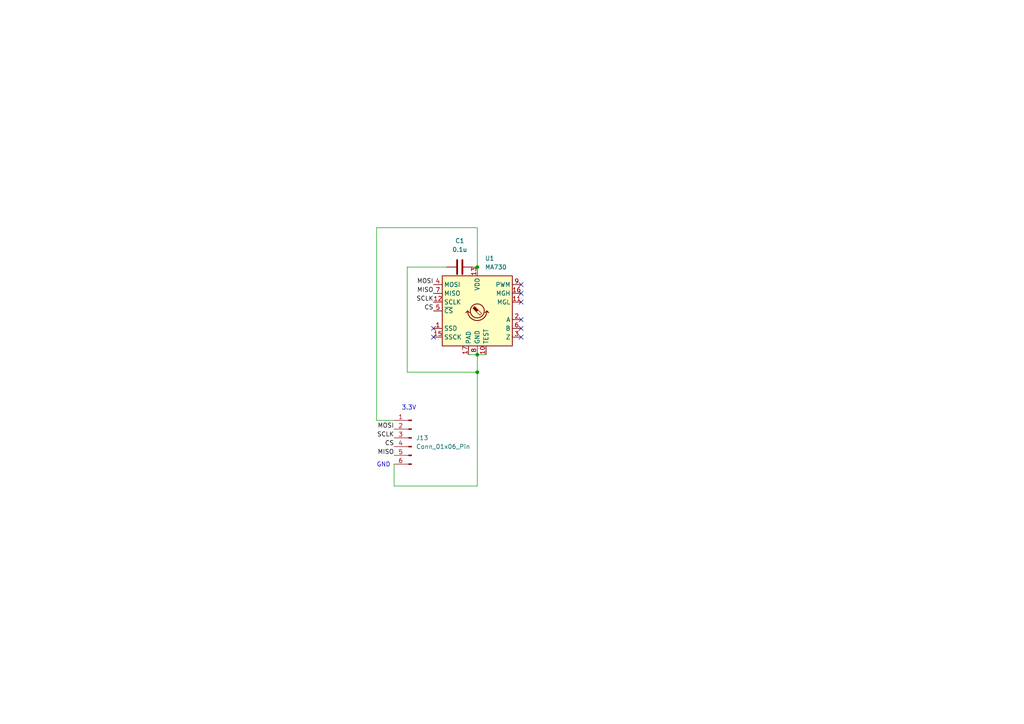
<source format=kicad_sch>
(kicad_sch (version 20231120) (generator "eeschema") (generator_version "8.0")
  (paper "A4")
  (lib_symbols
    (symbol "Connector:Conn_01x06_Pin" (pin_names (offset 1.016) hide)
      (property "Reference" "J" (at 0 7.62 0))
      (property "Value" "Conn_01x06_Pin" (at 0 -10.16 0))
      (symbol "Conn_01x06_Pin_1_1"
        (polyline (pts (xy 1.27 -7.62) (xy 0.8636 -7.62)) (stroke (width 0.1524)))
        (polyline (pts (xy 1.27 -5.08) (xy 0.8636 -5.08)) (stroke (width 0.1524)))
        (polyline (pts (xy 1.27 -2.54) (xy 0.8636 -2.54)) (stroke (width 0.1524)))
        (polyline (pts (xy 1.27 0) (xy 0.8636 0)) (stroke (width 0.1524)))
        (polyline (pts (xy 1.27 2.54) (xy 0.8636 2.54)) (stroke (width 0.1524)))
        (polyline (pts (xy 1.27 5.08) (xy 0.8636 5.08)) (stroke (width 0.1524)))
        (rectangle (start 0.8636 -7.493) (end 0 -7.747) (stroke (width 0.1524)) (fill (type outline)))
        (rectangle (start 0.8636 -4.953) (end 0 -5.207) (stroke (width 0.1524)) (fill (type outline)))
        (rectangle (start 0.8636 -2.413) (end 0 -2.667) (stroke (width 0.1524)) (fill (type outline)))
        (rectangle (start 0.8636 0.127) (end 0 -0.127) (stroke (width 0.1524)) (fill (type outline)))
        (rectangle (start 0.8636 2.667) (end 0 2.413) (stroke (width 0.1524)) (fill (type outline)))
        (rectangle (start 0.8636 5.207) (end 0 4.953) (stroke (width 0.1524)) (fill (type outline)))
        (pin passive line (at 5.08 5.08 180) (length 3.81) (name "Pin_1") (number "1"))
        (pin passive line (at 5.08 2.54 180) (length 3.81) (name "Pin_2") (number "2"))
        (pin passive line (at 5.08 0 180) (length 3.81) (name "Pin_3") (number "3"))
        (pin passive line (at 5.08 -2.54 180) (length 3.81) (name "Pin_4") (number "4"))
        (pin passive line (at 5.08 -5.08 180) (length 3.81) (name "Pin_5") (number "5"))
        (pin passive line (at 5.08 -7.62 180) (length 3.81) (name "Pin_6") (number "6"))
      )
    )
    (symbol "Device:C" (pin_numbers hide) (pin_names (offset 0.254))
      (property "Reference" "C" (at 0.635 2.54 0))
      (property "Value" "C" (at 0.635 -2.54 0))
      (symbol "C_0_1"
        (polyline (pts (xy -2.032 -0.762) (xy 2.032 -0.762)) (stroke (width 0.508)))
        (polyline (pts (xy -2.032 0.762) (xy 2.032 0.762)) (stroke (width 0.508)))
      )
      (symbol "C_1_1"
        (pin passive line (at 0 3.81 270) (length 2.794) (name "~") (number "1"))
        (pin passive line (at 0 -3.81 90) (length 2.794) (name "~") (number "2"))
      )
    )
    (symbol "Sensor_Magnetic:MA730"
      (property "Reference" "U" (at -10.16 11.43 0))
      (property "Value" "MA730" (at 10.16 11.43 0))
      (symbol "MA730_0_1"
        (rectangle (start -10.16 10.16) (end 10.16 -10.16) (stroke (width 0.254)) (fill (type background)))
        (arc (start -2.794 0) (mid 0 -2.7819) (end 2.794 0) (stroke (width 0.254)))
        (polyline (pts (xy -2.794 0) (xy -3.302 -0.508)) (stroke (width 0.254)))
        (polyline (pts (xy -2.794 0) (xy -2.286 -0.508)) (stroke (width 0.254)))
        (polyline (pts (xy 2.794 0) (xy 2.286 -0.508)) (stroke (width 0.254)))
        (polyline (pts (xy 2.794 0) (xy 3.302 -0.508)) (stroke (width 0.254)))
      )
      (symbol "MA730_1_1"
        (polyline (pts (xy 0.254 0.254) (xy 1.27 -0.762) (xy 0.762 -1.27) (xy -0.254 -0.254)))
        (polyline (pts (xy -0.762 1.27) (xy 0.254 0.254) (xy -0.254 -0.254) (xy -1.27 0.762) (xy -1.016 1.016) (xy -0.762 1.27) (xy -0.635 1.143)) (fill (type outline)))
        (circle (center 0 0) (radius 2.032) (stroke (width 0.254)))
        (pin output line (at -12.7 -5.08 0) (length 2.54) (name "SSD") (number "1"))
        (pin passive line (at 2.54 -12.7 90) (length 2.54) (name "TEST") (number "10"))
        (pin output line (at 12.7 2.54 180) (length 2.54) (name "MGL") (number "11"))
        (pin input line (at -12.7 2.54 0) (length 2.54) (name "SCLK") (number "12"))
        (pin power_in line (at 0 12.7 270) (length 2.54) (name "VDD") (number "13"))
        (pin no_connect line (at 5.08 -10.16 90) (length 2.54) hide (name "NC") (number "14"))
        (pin input line (at -12.7 -7.62 0) (length 2.54) (name "SSCK") (number "15"))
        (pin output line (at 12.7 5.08 180) (length 2.54) (name "MGH") (number "16"))
        (pin input line (at -2.54 -12.7 90) (length 2.54) (name "PAD") (number "17"))
        (pin output line (at 12.7 -2.54 180) (length 2.54) (name "A") (number "2"))
        (pin output line (at 12.7 -7.62 180) (length 2.54) (name "Z") (number "3"))
        (pin input line (at -12.7 7.62 0) (length 2.54) (name "MOSI") (number "4"))
        (pin input line (at -12.7 0 0) (length 2.54) (name "~{CS}") (number "5"))
        (pin output line (at 12.7 -5.08 180) (length 2.54) (name "B") (number "6"))
        (pin output line (at -12.7 5.08 0) (length 2.54) (name "MISO") (number "7"))
        (pin power_in line (at 0 -12.7 90) (length 2.54) (name "GND") (number "8"))
        (pin output line (at 12.7 7.62 180) (length 2.54) (name "PWM") (number "9"))
      )
    )
  )
  (junction (at 138.43 77.47))
  (junction (at 138.43 107.95))
  (junction (at 138.43 102.87))
  (no_connect (at 125.73 97.79))
  (no_connect (at 151.13 82.55))
  (no_connect (at 151.13 85.09))
  (no_connect (at 151.13 87.63))
  (no_connect (at 151.13 92.71))
  (no_connect (at 125.73 95.25))
  (no_connect (at 151.13 95.25))
  (no_connect (at 151.13 97.79))
  (wire (pts (xy 138.43 66.04) (xy 109.22 66.04)))
  (wire (pts (xy 118.11 107.95) (xy 138.43 107.95)))
  (wire (pts (xy 135.89 102.87) (xy 138.43 102.87)))
  (wire (pts (xy 109.22 66.04) (xy 109.22 121.92)))
  (wire (pts (xy 114.3 140.97) (xy 138.43 140.97)))
  (wire (pts (xy 118.11 77.47) (xy 118.11 107.95)))
  (wire (pts (xy 138.43 77.47) (xy 138.43 66.04)))
  (wire (pts (xy 138.43 107.95) (xy 138.43 140.97)))
  (wire (pts (xy 129.54 77.47) (xy 118.11 77.47)))
  (wire (pts (xy 137.16 77.47) (xy 138.43 77.47)))
  (wire (pts (xy 114.3 134.62) (xy 114.3 140.97)))
  (wire (pts (xy 138.43 102.87) (xy 140.97 102.87)))
  (wire (pts (xy 138.43 102.87) (xy 138.43 107.95)))
  (wire (pts (xy 109.22 121.92) (xy 114.3 121.92)))
  (text "GND" (at 111.252 134.874 0) (effects (font (size 1.27 1.27))))
  (text "3.3V" (at 118.618 118.364 0) (effects (font (size 1.27 1.27))))
  (label "MOSI" (at 125.73 82.55 180))
  (label "CS" (at 125.73 90.17 180))
  (label "SCLK" (at 125.73 87.63 180))
  (label "MOSI" (at 114.3 124.46 180))
  (label "MISO" (at 114.3 132.08 180))
  (label "SCLK" (at 114.3 127 180))
  (label "CS" (at 114.3 129.54 180))
  (label "MISO" (at 125.73 85.09 180))
  (symbol (lib_id "Sensor_Magnetic:MA730") (at 138.43 90.17 0) (unit 1)
    (property "Reference" "U1" (at 140.6241 74.93 0) (effects (justify left)))
    (property "Value" "MA730" (at 140.6241 77.47 0) (effects (justify left)))
    (property "Footprint" "Package_DFN_QFN:QFN-16-1EP_3x3mm_P0.5mm_EP1.75x1.75mm" (effects (hide yes)))
    (property "Datasheet" "https://www.monolithicpower.com/pub/media/document/m/a/ma730_r1.01.pdf" (effects (hide yes)))
    (property "check_order" "ok" (effects (hide yes)))
    (property "order_URL" "https://www.digikey.jp/ja/products/detail/monolithic-power-systems-inc/MA730GQ-Z/7690020" (effects (hide yes)))
    (instances (project "mag_enc_test_board" (path "" (reference "U1") (unit 1))) (project "makyi_mouse" (path "" (reference "U9") (unit 1)) (path "" (reference "U8") (unit 1))))
  )
  (symbol (lib_id "Device:C") (at 133.35 77.47 270) (unit 1)
    (property "Reference" "C1" (at 133.35 69.85 90))
    (property "Value" "0.1u" (at 133.35 72.39 90))
    (property "Footprint" "Capacitor_SMD:C_0402_1005Metric_Pad0.74x0.62mm_HandSolder" (effects (hide yes)))
    (property "check_order" "ok" (effects (hide yes)))
    (instances (project "mag_enc_test_board" (path "" (reference "C1") (unit 1))) (project "makyi_mouse" (path "" (reference "C17") (unit 1)) (path "" (reference "C16") (unit 1))))
  )
  (symbol (lib_id "Connector:Conn_01x06_Pin") (at 119.38 127 0) (mirror y) (unit 1)
    (property "Reference" "J11" (at 120.65 127 0) (effects (justify right)))
    (property "Value" "Conn_01x06_Pin" (at 120.65 129.54 0) (effects (justify right)))
    (property "Footprint" "makyi_mouse:enc_board" (effects (hide yes)))
    (property "check_order" "-" (effects (hide yes)))
    (instances (project "makyi_mouse" (path "" (reference "J13") (unit 1)) (path "" (reference "J11") (unit 1))))
  )
)
</source>
